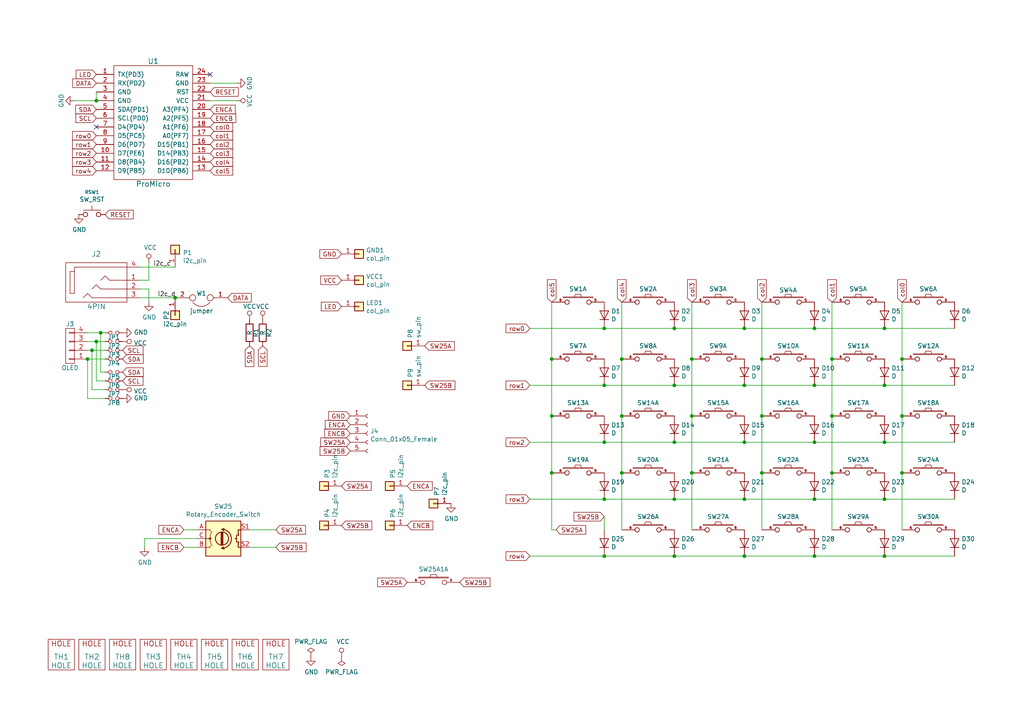
<source format=kicad_sch>
(kicad_sch (version 20211123) (generator eeschema)
  (paper "A4")
  (lib_symbols
    (symbol "Connector:Conn_01x05_Female" (pin_names (offset 1.016) hide)
      (property "Reference" "J" (at 0 7.62 0))
      (property "Value" "Conn_01x05_Female" (at 0 -7.62 0))
      (symbol "Conn_01x05_Female_1_1"
        (pin passive line (at -5.08 5.08 0) (length 3.81) (name "Pin_1") (number "1"))
        (pin passive line (at -5.08 2.54 0) (length 3.81) (name "Pin_2") (number "2"))
        (pin passive line (at -5.08 0 0) (length 3.81) (name "Pin_3") (number "3"))
        (pin passive line (at -5.08 -2.54 0) (length 3.81) (name "Pin_4") (number "4"))
        (pin passive line (at -5.08 -5.08 0) (length 3.81) (name "Pin_5") (number "5"))
      )
    )
    (symbol "SofleKeyboard-rescue:D-Lily58-cache-Lily58_Pro-rescue" (pin_numbers hide) (pin_names (offset 1.016) hide)
      (property "Reference" "D" (at 0 2.54 0))
      (property "Value" "D-Lily58-cache-Lily58_Pro-rescue" (at 0 -2.54 0))
      (symbol "D-Lily58-cache-Lily58_Pro-rescue_1_1"
        (pin passive line (at -3.81 0 0) (length 2.54) (name "K") (number "1"))
        (pin passive line (at 3.81 0 180) (length 2.54) (name "A") (number "2"))
      )
    )
    (symbol "SofleKeyboard-rescue:GND-Lily58-cache-Lily58_Pro-rescue" (power) (pin_names (offset 0))
      (property "Value" "GND-Lily58-cache-Lily58_Pro-rescue" (at 0 -3.81 0))
      (symbol "GND-Lily58-cache-Lily58_Pro-rescue_1_1"
        (pin power_in line (at 0 0 0) (length 0) hide (name "GND") (number "1"))
      )
    )
    (symbol "SofleKeyboard-rescue:GND-power" (power) (pin_names (offset 0))
      (property "Value" "GND-power" (at 0 -3.81 0))
      (symbol "GND-power_1_1"
        (pin power_in line (at 0 0 270) (length 0) hide (name "GND") (number "1"))
      )
    )
    (symbol "SofleKeyboard-rescue:HOLE-Lily58-cache-Lily58_Pro-rescue" (pin_names (offset 1.016))
      (property "Reference" "U" (at 0 0 0))
      (property "Value" "HOLE-Lily58-cache-Lily58_Pro-rescue" (at 0 -5.08 0))
      (symbol "HOLE-Lily58-cache-Lily58_Pro-rescue_0_0"
        (text "HOLE" (at 0 3.81 0) (effects (font (size 1.524 1.524))))
      )
    )
    (symbol "SofleKeyboard-rescue:Jumper-Device" (pin_names (offset 0.762) hide)
      (property "Reference" "JP" (at 0 3.81 0))
      (property "Value" "Jumper-Device" (at 0 -2.032 0))
      (symbol "Jumper-Device_0_1"
        (pin passive line (at -7.62 0 0) (length 4.191) (name "1") (number "1"))
        (pin passive line (at 7.62 0 180) (length 4.191) (name "2") (number "2"))
      )
    )
    (symbol "SofleKeyboard-rescue:Jumper_NO_Small-Device" (pin_numbers hide) (pin_names (offset 0.762) hide)
      (property "Reference" "JP" (at 0 2.032 0))
      (property "Value" "Jumper_NO_Small-Device" (at 0.254 -1.524 0))
      (symbol "Jumper_NO_Small-Device_0_1"
        (pin passive line (at -2.54 0 0) (length 1.016) (name "1") (number "1"))
        (pin passive line (at 2.54 0 180) (length 1.016) (name "2") (number "2"))
      )
    )
    (symbol "SofleKeyboard-rescue:MJ-4PP-9-Lily58-cache-Lily58_Pro-rescue" (pin_names (offset 1.016))
      (property "Reference" "J" (at -8.89 -7.62 0))
      (property "Value" "MJ-4PP-9-Lily58-cache-Lily58_Pro-rescue" (at -3.81 6.35 0))
      (symbol "MJ-4PP-9-Lily58-cache-Lily58_Pro-rescue_1_1"
        (pin passive line (at 11.43 0 180) (length 3.81) (name "~") (number "1"))
        (pin passive line (at 11.43 -2.54 180) (length 3.81) (name "~") (number "2"))
        (pin passive line (at 11.43 -5.08 180) (length 3.81) (name "~") (number "3"))
        (pin passive line (at 11.43 3.81 180) (length 3.81) (name "~") (number "4"))
      )
    )
    (symbol "SofleKeyboard-rescue:OLED-Lily58-cache-Lily58_Pro-rescue" (pin_names (offset 1.016) hide)
      (property "Reference" "J" (at 0 6.35 0))
      (property "Value" "OLED-Lily58-cache-Lily58_Pro-rescue" (at 2.54 0 90))
      (symbol "OLED-Lily58-cache-Lily58_Pro-rescue_1_1"
        (pin passive line (at -5.08 3.81 0) (length 3.81) (name "P1") (number "1"))
        (pin passive line (at -5.08 1.27 0) (length 3.81) (name "P2") (number "2"))
        (pin passive line (at -5.08 -1.27 0) (length 3.81) (name "P3") (number "3"))
        (pin passive line (at -5.08 -3.81 0) (length 3.81) (name "P4") (number "4"))
      )
    )
    (symbol "SofleKeyboard-rescue:PWR_FLAG-Lily58-cache-Lily58_Pro-rescue" (power) (pin_numbers hide) (pin_names (offset 0) hide)
      (property "Value" "PWR_FLAG-Lily58-cache-Lily58_Pro-rescue" (at 0 3.81 0))
      (symbol "PWR_FLAG-Lily58-cache-Lily58_Pro-rescue_0_0"
        (pin power_out line (at 0 0 90) (length 0) (name "pwr") (number "1"))
      )
    )
    (symbol "SofleKeyboard-rescue:ProMicro_2-Lily58-cache-Lily58_Pro-rescue" (pin_names (offset 1.016))
      (property "Reference" "U" (at 0 17.78 0))
      (property "Value" "ProMicro_2-Lily58-cache-Lily58_Pro-rescue" (at 0 -17.78 0))
      (symbol "ProMicro_2-Lily58-cache-Lily58_Pro-rescue_1_1"
        (pin input line (at -16.51 13.97 0) (length 5.08) (name "TX(PD3)") (number "1"))
        (pin input line (at -16.51 -8.89 0) (length 5.08) (name "D7(PE6)") (number "10"))
        (pin input line (at -16.51 -11.43 0) (length 5.08) (name "D8(PB4)") (number "11"))
        (pin input line (at -16.51 -13.97 0) (length 5.08) (name "D9(PB5)") (number "12"))
        (pin input line (at 16.51 -13.97 180) (length 5.08) (name "D10(PB6)") (number "13"))
        (pin input line (at 16.51 -11.43 180) (length 5.08) (name "D16(PB2)") (number "14"))
        (pin input line (at 16.51 -8.89 180) (length 5.08) (name "D14(PB3)") (number "15"))
        (pin input line (at 16.51 -6.35 180) (length 5.08) (name "D15(PB1)") (number "16"))
        (pin input line (at 16.51 -3.81 180) (length 5.08) (name "A0(PF7)") (number "17"))
        (pin input line (at 16.51 -1.27 180) (length 5.08) (name "A1(PF6)") (number "18"))
        (pin input line (at 16.51 1.27 180) (length 5.08) (name "A2(PF5)") (number "19"))
        (pin input line (at -16.51 11.43 0) (length 5.08) (name "RX(PD2)") (number "2"))
        (pin input line (at 16.51 3.81 180) (length 5.08) (name "A3(PF4)") (number "20"))
        (pin input line (at 16.51 6.35 180) (length 5.08) (name "VCC") (number "21"))
        (pin input line (at 16.51 8.89 180) (length 5.08) (name "RST") (number "22"))
        (pin input line (at 16.51 11.43 180) (length 5.08) (name "GND") (number "23"))
        (pin input line (at 16.51 13.97 180) (length 5.08) (name "RAW") (number "24"))
        (pin input line (at -16.51 8.89 0) (length 5.08) (name "GND") (number "3"))
        (pin input line (at -16.51 6.35 0) (length 5.08) (name "GND") (number "4"))
        (pin input line (at -16.51 3.81 0) (length 5.08) (name "SDA(PD1)") (number "5"))
        (pin input line (at -16.51 1.27 0) (length 5.08) (name "SCL(PD0)") (number "6"))
        (pin input line (at -16.51 -1.27 0) (length 5.08) (name "D4(PD4)") (number "7"))
        (pin input line (at -16.51 -3.81 0) (length 5.08) (name "D5(PC6)") (number "8"))
        (pin input line (at -16.51 -6.35 0) (length 5.08) (name "D6(PD7)") (number "9"))
      )
    )
    (symbol "SofleKeyboard-rescue:R-Lily58-cache-Lily58_Pro-rescue" (pin_numbers hide) (pin_names (offset 0))
      (property "Reference" "R" (at 0 0 90))
      (property "Value" "R-Lily58-cache-Lily58_Pro-rescue" (at -2.54 0 90))
      (symbol "R-Lily58-cache-Lily58_Pro-rescue_1_1"
        (pin passive line (at 0 3.81 270) (length 1.27) (name "~") (number "1"))
        (pin passive line (at 0 -3.81 90) (length 1.27) (name "~") (number "2"))
      )
    )
    (symbol "SofleKeyboard-rescue:Rotary_Encoder_Switch-Device" (pin_names (offset 0.254) hide)
      (property "Reference" "SW" (at 0 6.604 0))
      (property "Value" "Rotary_Encoder_Switch-Device" (at 0 -6.604 0))
      (symbol "Rotary_Encoder_Switch-Device_1_1"
        (pin passive line (at -7.62 2.54 0) (length 2.54) (name "A") (number "A"))
        (pin passive line (at -7.62 -2.54 0) (length 2.54) (name "B") (number "B"))
        (pin passive line (at -7.62 0 0) (length 2.54) (name "C") (number "C"))
        (pin passive line (at 7.62 2.54 180) (length 2.54) (name "S1") (number "S1"))
        (pin passive line (at 7.62 -2.54 180) (length 2.54) (name "S2") (number "S2"))
      )
    )
    (symbol "SofleKeyboard-rescue:SW_RST-Lily58-cache-Lily58_Pro-rescue" (pin_numbers hide) (pin_names (offset 1.016) hide)
      (property "Reference" "RSW" (at 2.54 2.54 0))
      (property "Value" "SW_RST-Lily58-cache-Lily58_Pro-rescue" (at 0 -2.54 0))
      (symbol "SW_RST-Lily58-cache-Lily58_Pro-rescue_0_1"
        (pin passive inverted (at -3.81 0 0) (length 2.54) (name "1") (number "1"))
        (pin passive inverted (at 3.81 0 180) (length 2.54) (name "2") (number "2"))
      )
    )
    (symbol "SofleKeyboard-rescue:VCC-Lily58-cache-Lily58_Pro-rescue" (power) (pin_names (offset 0))
      (property "Value" "VCC-Lily58-cache-Lily58_Pro-rescue" (at 0 3.81 0))
      (symbol "VCC-Lily58-cache-Lily58_Pro-rescue_1_1"
        (pin power_in line (at 0 0 90) (length 0) hide (name "VCC") (number "1"))
      )
    )
    (symbol "SofleKeyboard-rescue:VCC-power" (power) (pin_names (offset 0))
      (property "Value" "VCC-power" (at 0 3.81 0))
      (symbol "VCC-power_1_1"
        (pin power_in line (at 0 0 90) (length 0) hide (name "VCC") (number "1"))
      )
    )
    (symbol "SofleKeyboard-rescue:i2c_pin-Lily58-cache" (pin_names (offset 1.016) hide)
      (property "Reference" "J" (at 0 2.54 0))
      (property "Value" "i2c_pin-Lily58-cache" (at 0 -2.54 0))
      (symbol "i2c_pin-Lily58-cache_1_1"
        (pin passive line (at -5.08 0 0) (length 3.81) (name "Pin_1") (number "1"))
      )
    )
    (symbol "SofleKeyboard-rescue:i2c_pin-Lily58-cache-Lily58_Pro-rescue" (pin_names (offset 1.016) hide)
      (property "Reference" "J" (at 0 2.54 0))
      (property "Value" "i2c_pin-Lily58-cache-Lily58_Pro-rescue" (at 0 -2.54 0))
      (symbol "i2c_pin-Lily58-cache-Lily58_Pro-rescue_1_1"
        (pin passive line (at -5.08 0 0) (length 3.81) (name "Pin_1") (number "1"))
      )
    )
    (symbol "SofleKeyboard:SW_PUSH-MX_W_LED" (pin_names (offset 1.016))
      (property "Reference" "SW?" (at 0 3.81 0))
      (property "Value" "SW_PUSH-MX_W_LED" (at 1.27 -3.81 0))
      (symbol "SW_PUSH-MX_W_LED_1_1"
        (pin passive inverted (at 7.62 0 180) (length 5.08) (name "~") (number "5"))
        (pin passive inverted (at -7.62 0 0) (length 5.08) (name "~") (number "6"))
      )
      (symbol "SW_PUSH-MX_W_LED_2_0"
        (text "SK6812mini" (at 0 0 0) (effects (font (size 0.7874 0.7874))))
      )
      (symbol "SW_PUSH-MX_W_LED_2_1"
        (pin output line (at -5.08 1.27 0) (length 1.27) (name "DOUT") (number "1"))
        (pin power_in line (at -5.08 -1.27 0) (length 1.27) (name "VSS") (number "2"))
        (pin input line (at 5.08 -1.27 180) (length 1.27) (name "DIN") (number "3"))
        (pin power_in line (at 5.08 1.27 180) (length 1.27) (name "VDD") (number "4"))
      )
    )
  )
  (junction (at 27.94 29.21))
  (junction (at 180.34 104.14))
  (junction (at 195.58 111.76))
  (junction (at 236.22 144.78))
  (junction (at 195.58 128.27))
  (junction (at 200.66 137.16))
  (junction (at 180.34 137.16))
  (junction (at 261.62 104.14))
  (junction (at 29.21 96.52))
  (junction (at 236.22 161.29))
  (junction (at 215.9 111.76))
  (junction (at 175.26 161.29))
  (junction (at 175.26 128.27))
  (junction (at 27.94 99.06))
  (junction (at 215.9 144.78))
  (junction (at 195.58 95.25))
  (junction (at 256.54 161.29))
  (junction (at 195.58 144.78))
  (junction (at 236.22 111.76))
  (junction (at 220.98 104.14))
  (junction (at 160.02 137.16))
  (junction (at 256.54 144.78))
  (junction (at 241.3 137.16))
  (junction (at 256.54 95.25))
  (junction (at 261.62 120.65))
  (junction (at 256.54 111.76))
  (junction (at 215.9 161.29))
  (junction (at 160.02 120.65))
  (junction (at 241.3 104.14))
  (junction (at 220.98 137.16))
  (junction (at 261.62 137.16))
  (junction (at 175.26 95.25))
  (junction (at 215.9 128.27))
  (junction (at 50.8 86.36))
  (junction (at 256.54 128.27))
  (junction (at 175.26 144.78))
  (junction (at 195.58 161.29))
  (junction (at 25.4 104.14))
  (junction (at 175.26 111.76))
  (junction (at 236.22 95.25))
  (junction (at 200.66 120.65))
  (junction (at 200.66 104.14))
  (junction (at 160.02 104.14))
  (junction (at 26.67 101.6))
  (junction (at 215.9 95.25))
  (junction (at 241.3 120.65))
  (junction (at 220.98 120.65))
  (junction (at 236.22 128.27))
  (junction (at 180.34 120.65))
  (no_connect (at 60.96 21.59))
  (no_connect (at 27.94 36.83))
  (wire (pts (xy 41.91 156.21) (xy 41.91 158.75)))
  (wire (pts (xy 53.34 153.67) (xy 57.15 153.67)))
  (wire (pts (xy 220.98 104.14) (xy 220.98 120.65)))
  (wire (pts (xy 175.26 144.78) (xy 153.67 144.78)))
  (wire (pts (xy 40.64 86.36) (xy 50.8 86.36)))
  (wire (pts (xy 241.3 87.63) (xy 241.3 104.14)))
  (wire (pts (xy 72.39 153.67) (xy 80.01 153.67)))
  (wire (pts (xy 26.67 113.03) (xy 30.48 113.03)))
  (wire (pts (xy 175.26 128.27) (xy 153.67 128.27)))
  (wire (pts (xy 160.02 87.63) (xy 160.02 104.14)))
  (wire (pts (xy 236.22 144.78) (xy 256.54 144.78)))
  (wire (pts (xy 160.02 104.14) (xy 160.02 120.65)))
  (wire (pts (xy 175.26 111.76) (xy 153.67 111.76)))
  (wire (pts (xy 256.54 95.25) (xy 236.22 95.25)))
  (wire (pts (xy 261.62 137.16) (xy 261.62 153.67)))
  (wire (pts (xy 241.3 137.16) (xy 241.3 120.65)))
  (wire (pts (xy 43.18 76.2) (xy 43.18 81.28)))
  (wire (pts (xy 25.4 96.52) (xy 29.21 96.52)))
  (wire (pts (xy 200.66 87.63) (xy 200.66 104.14)))
  (wire (pts (xy 175.26 161.29) (xy 195.58 161.29)))
  (wire (pts (xy 27.94 110.49) (xy 30.48 110.49)))
  (wire (pts (xy 261.62 120.65) (xy 261.62 137.16)))
  (wire (pts (xy 256.54 95.25) (xy 276.86 95.25)))
  (wire (pts (xy 220.98 87.63) (xy 220.98 104.14)))
  (wire (pts (xy 27.94 29.21) (xy 21.59 29.21)))
  (wire (pts (xy 195.58 95.25) (xy 215.9 95.25)))
  (wire (pts (xy 153.67 161.29) (xy 175.26 161.29)))
  (wire (pts (xy 25.4 104.14) (xy 25.4 115.57)))
  (wire (pts (xy 175.26 95.25) (xy 153.67 95.25)))
  (wire (pts (xy 27.94 26.67) (xy 27.94 29.21)))
  (wire (pts (xy 26.67 101.6) (xy 30.48 101.6)))
  (wire (pts (xy 195.58 128.27) (xy 215.9 128.27)))
  (wire (pts (xy 215.9 128.27) (xy 236.22 128.27)))
  (wire (pts (xy 256.54 161.29) (xy 276.86 161.29)))
  (wire (pts (xy 220.98 120.65) (xy 220.98 137.16)))
  (wire (pts (xy 236.22 128.27) (xy 256.54 128.27)))
  (wire (pts (xy 241.3 137.16) (xy 241.3 153.67)))
  (wire (pts (xy 195.58 111.76) (xy 215.9 111.76)))
  (wire (pts (xy 60.96 24.13) (xy 68.58 24.13)))
  (wire (pts (xy 25.4 115.57) (xy 30.48 115.57)))
  (wire (pts (xy 26.67 101.6) (xy 26.67 113.03)))
  (wire (pts (xy 25.4 101.6) (xy 26.67 101.6)))
  (wire (pts (xy 29.21 96.52) (xy 30.48 96.52)))
  (wire (pts (xy 195.58 144.78) (xy 215.9 144.78)))
  (wire (pts (xy 195.58 144.78) (xy 175.26 144.78)))
  (wire (pts (xy 160.02 137.16) (xy 160.02 153.67)))
  (wire (pts (xy 200.66 104.14) (xy 200.66 120.65)))
  (wire (pts (xy 40.64 77.47) (xy 50.8 77.47)))
  (wire (pts (xy 57.15 156.21) (xy 41.91 156.21)))
  (wire (pts (xy 30.48 104.14) (xy 25.4 104.14)))
  (wire (pts (xy 29.21 96.52) (xy 29.21 107.95)))
  (wire (pts (xy 160.02 120.65) (xy 160.02 137.16)))
  (wire (pts (xy 200.66 120.65) (xy 200.66 137.16)))
  (wire (pts (xy 40.64 83.82) (xy 43.18 83.82)))
  (wire (pts (xy 215.9 95.25) (xy 236.22 95.25)))
  (wire (pts (xy 215.9 144.78) (xy 236.22 144.78)))
  (wire (pts (xy 215.9 111.76) (xy 236.22 111.76)))
  (wire (pts (xy 256.54 111.76) (xy 276.86 111.76)))
  (wire (pts (xy 72.39 158.75) (xy 80.01 158.75)))
  (wire (pts (xy 256.54 128.27) (xy 276.86 128.27)))
  (wire (pts (xy 256.54 144.78) (xy 276.86 144.78)))
  (wire (pts (xy 261.62 120.65) (xy 261.62 104.14)))
  (wire (pts (xy 27.94 99.06) (xy 30.48 99.06)))
  (wire (pts (xy 180.34 120.65) (xy 180.34 137.16)))
  (wire (pts (xy 27.94 99.06) (xy 27.94 110.49)))
  (wire (pts (xy 160.02 153.67) (xy 161.29 153.67)))
  (wire (pts (xy 43.18 81.28) (xy 40.64 81.28)))
  (wire (pts (xy 180.34 104.14) (xy 180.34 120.65)))
  (wire (pts (xy 53.34 158.75) (xy 57.15 158.75)))
  (wire (pts (xy 200.66 137.16) (xy 200.66 153.67)))
  (wire (pts (xy 195.58 95.25) (xy 175.26 95.25)))
  (wire (pts (xy 43.18 83.82) (xy 43.18 87.63)))
  (wire (pts (xy 180.34 87.63) (xy 180.34 104.14)))
  (wire (pts (xy 175.26 149.86) (xy 175.26 153.67)))
  (wire (pts (xy 60.96 29.21) (xy 68.58 29.21)))
  (wire (pts (xy 236.22 161.29) (xy 256.54 161.29)))
  (wire (pts (xy 29.21 107.95) (xy 30.48 107.95)))
  (wire (pts (xy 261.62 104.14) (xy 261.62 87.63)))
  (wire (pts (xy 195.58 111.76) (xy 175.26 111.76)))
  (wire (pts (xy 220.98 137.16) (xy 220.98 153.67)))
  (wire (pts (xy 215.9 161.29) (xy 236.22 161.29)))
  (wire (pts (xy 236.22 111.76) (xy 256.54 111.76)))
  (wire (pts (xy 195.58 161.29) (xy 215.9 161.29)))
  (wire (pts (xy 241.3 104.14) (xy 241.3 120.65)))
  (wire (pts (xy 195.58 128.27) (xy 175.26 128.27)))
  (wire (pts (xy 25.4 99.06) (xy 27.94 99.06)))
  (wire (pts (xy 180.34 137.16) (xy 180.34 153.67)))
  (label "i2c_c" (at 44.45 77.47 0))
  (label "i2c_d" (at 45.72 86.36 0))
  (global_label "col1" (shape input) (at 241.3 87.63 90) (property "Intersheet References" "${INTERSHEET_REFS}" (effects hide)))
  (global_label "SW25A" (shape input) (at 161.29 153.67 0) (property "Intersheet References" "${INTERSHEET_REFS}" (effects hide)))
  (global_label "ENCB" (shape input) (at 53.34 158.75 180) (property "Intersheet References" "${INTERSHEET_REFS}" (effects hide)))
  (global_label "col1" (shape input) (at 60.96 39.37 0) (property "Intersheet References" "${INTERSHEET_REFS}" (effects hide)))
  (global_label "SDA" (shape input) (at 72.39 100.33 270) (property "Intersheet References" "${INTERSHEET_REFS}" (effects hide)))
  (global_label "col3" (shape input) (at 200.66 87.63 90) (property "Intersheet References" "${INTERSHEET_REFS}" (effects hide)))
  (global_label "col0" (shape input) (at 60.96 36.83 0) (property "Intersheet References" "${INTERSHEET_REFS}" (effects hide)))
  (global_label "SW25A" (shape input) (at 80.01 153.67 0) (property "Intersheet References" "${INTERSHEET_REFS}" (effects hide)))
  (global_label "row4" (shape input) (at 153.67 161.29 180) (property "Intersheet References" "${INTERSHEET_REFS}" (effects hide)))
  (global_label "col4" (shape input) (at 60.96 46.99 0) (property "Intersheet References" "${INTERSHEET_REFS}" (effects hide)))
  (global_label "row2" (shape input) (at 153.67 128.27 180) (property "Intersheet References" "${INTERSHEET_REFS}" (effects hide)))
  (global_label "SW25A" (shape input) (at 123.19 100.33 0) (property "Intersheet References" "${INTERSHEET_REFS}" (effects hide)))
  (global_label "SCL" (shape input) (at 76.2 100.33 270) (property "Intersheet References" "${INTERSHEET_REFS}" (effects hide)))
  (global_label "ENCB" (shape input) (at 101.6 125.73 180) (property "Intersheet References" "${INTERSHEET_REFS}" (effects hide)))
  (global_label "SW25B" (shape input) (at 123.19 111.76 0) (property "Intersheet References" "${INTERSHEET_REFS}" (effects hide)))
  (global_label "col0" (shape input) (at 261.62 87.63 90) (property "Intersheet References" "${INTERSHEET_REFS}" (effects hide)))
  (global_label "GND" (shape input) (at 99.06 73.66 180) (property "Intersheet References" "${INTERSHEET_REFS}" (effects hide)))
  (global_label "DATA" (shape input) (at 66.04 86.36 0) (property "Intersheet References" "${INTERSHEET_REFS}" (effects hide)))
  (global_label "RESET" (shape input) (at 60.96 26.67 0) (property "Intersheet References" "${INTERSHEET_REFS}" (effects hide)))
  (global_label "VCC" (shape input) (at 99.06 81.28 180) (property "Intersheet References" "${INTERSHEET_REFS}" (effects hide)))
  (global_label "SW25B" (shape input) (at 101.6 130.81 180) (property "Intersheet References" "${INTERSHEET_REFS}" (effects hide)))
  (global_label "SDA" (shape input) (at 35.56 104.14 0) (property "Intersheet References" "${INTERSHEET_REFS}" (effects hide)))
  (global_label "SCL" (shape input) (at 27.94 34.29 180) (property "Intersheet References" "${INTERSHEET_REFS}" (effects hide)))
  (global_label "row0" (shape input) (at 27.94 39.37 180) (property "Intersheet References" "${INTERSHEET_REFS}" (effects hide)))
  (global_label "GND" (shape input) (at 101.6 120.65 180) (property "Intersheet References" "${INTERSHEET_REFS}" (effects hide)))
  (global_label "row0" (shape input) (at 153.67 95.25 180) (property "Intersheet References" "${INTERSHEET_REFS}" (effects hide)))
  (global_label "LED" (shape input) (at 99.06 88.9 180) (property "Intersheet References" "${INTERSHEET_REFS}" (effects hide)))
  (global_label "row3" (shape input) (at 153.67 144.78 180) (property "Intersheet References" "${INTERSHEET_REFS}" (effects hide)))
  (global_label "ENCA" (shape input) (at 53.34 153.67 180) (property "Intersheet References" "${INTERSHEET_REFS}" (effects hide)))
  (global_label "SDA" (shape input) (at 27.94 31.75 180) (property "Intersheet References" "${INTERSHEET_REFS}" (effects hide)))
  (global_label "LED" (shape input) (at 27.94 21.59 180) (property "Intersheet References" "${INTERSHEET_REFS}" (effects hide)))
  (global_label "SCL" (shape input) (at 35.56 101.6 0) (property "Intersheet References" "${INTERSHEET_REFS}" (effects hide)))
  (global_label "row3" (shape input) (at 27.94 46.99 180) (property "Intersheet References" "${INTERSHEET_REFS}" (effects hide)))
  (global_label "SW25A" (shape input) (at 99.06 140.97 0) (property "Intersheet References" "${INTERSHEET_REFS}" (effects hide)))
  (global_label "ENCB" (shape input) (at 118.11 152.4 0) (property "Intersheet References" "${INTERSHEET_REFS}" (effects hide)))
  (global_label "col5" (shape input) (at 60.96 49.53 0) (property "Intersheet References" "${INTERSHEET_REFS}" (effects hide)))
  (global_label "col3" (shape input) (at 60.96 44.45 0) (property "Intersheet References" "${INTERSHEET_REFS}" (effects hide)))
  (global_label "ENCB" (shape input) (at 60.96 34.29 0) (property "Intersheet References" "${INTERSHEET_REFS}" (effects hide)))
  (global_label "ENCA" (shape input) (at 101.6 123.19 180) (property "Intersheet References" "${INTERSHEET_REFS}" (effects hide)))
  (global_label "row1" (shape input) (at 153.67 111.76 180) (property "Intersheet References" "${INTERSHEET_REFS}" (effects hide)))
  (global_label "col5" (shape input) (at 160.02 87.63 90) (property "Intersheet References" "${INTERSHEET_REFS}" (effects hide)))
  (global_label "col2" (shape input) (at 60.96 41.91 0) (property "Intersheet References" "${INTERSHEET_REFS}" (effects hide)))
  (global_label "RESET" (shape input) (at 30.48 62.23 0) (property "Intersheet References" "${INTERSHEET_REFS}" (effects hide)))
  (global_label "ENCA" (shape input) (at 118.11 140.97 0) (property "Intersheet References" "${INTERSHEET_REFS}" (effects hide)))
  (global_label "SW25B" (shape input) (at 133.35 168.91 0) (property "Intersheet References" "${INTERSHEET_REFS}" (effects hide)))
  (global_label "row4" (shape input) (at 27.94 49.53 180) (property "Intersheet References" "${INTERSHEET_REFS}" (effects hide)))
  (global_label "SW25A" (shape input) (at 101.6 128.27 180) (property "Intersheet References" "${INTERSHEET_REFS}" (effects hide)))
  (global_label "col2" (shape input) (at 220.98 87.63 90) (property "Intersheet References" "${INTERSHEET_REFS}" (effects hide)))
  (global_label "SW25B" (shape input) (at 175.26 149.86 180) (property "Intersheet References" "${INTERSHEET_REFS}" (effects hide)))
  (global_label "row1" (shape input) (at 27.94 41.91 180) (property "Intersheet References" "${INTERSHEET_REFS}" (effects hide)))
  (global_label "SDA" (shape input) (at 35.56 107.95 0) (property "Intersheet References" "${INTERSHEET_REFS}" (effects hide)))
  (global_label "SCL" (shape input) (at 35.56 110.49 0) (property "Intersheet References" "${INTERSHEET_REFS}" (effects hide)))
  (global_label "row2" (shape input) (at 27.94 44.45 180) (property "Intersheet References" "${INTERSHEET_REFS}" (effects hide)))
  (global_label "ENCA" (shape input) (at 60.96 31.75 0) (property "Intersheet References" "${INTERSHEET_REFS}" (effects hide)))
  (global_label "col4" (shape input) (at 180.34 87.63 90) (property "Intersheet References" "${INTERSHEET_REFS}" (effects hide)))
  (global_label "DATA" (shape input) (at 27.94 24.13 180) (property "Intersheet References" "${INTERSHEET_REFS}" (effects hide)))
  (global_label "SW25B" (shape input) (at 99.06 152.4 0) (property "Intersheet References" "${INTERSHEET_REFS}" (effects hide)))
  (global_label "SW25B" (shape input) (at 80.01 158.75 0) (property "Intersheet References" "${INTERSHEET_REFS}" (effects hide)))
  (global_label "SW25A" (shape input) (at 118.11 168.91 180) (property "Intersheet References" "${INTERSHEET_REFS}" (effects hide)))
  (symbol (lib_id "SofleKeyboard-rescue:ProMicro_2-Lily58-cache-Lily58_Pro-rescue") (at 44.45 35.56 0) (unit 1)
    (property "Reference" "U1" (at 44.45 17.78 0) (effects (font (size 1.524 1.524))))
    (property "Value" "ProMicro" (at 44.45 53.34 0) (effects (font (size 1.524 1.524))))
    (property "Footprint" "SofleRGB:ProMicro" (effects hide))
  )
  (symbol (lib_id "SofleKeyboard:SW_PUSH-MX_W_LED") (at 187.96 153.67 0) (unit 1)
    (property "Reference" "SW26" (at 187.96 149.86 0))
    (property "Value" "SW_PUSH-MX_W_LED" (effects hide))
    (property "Footprint" "SofleRGB:SK6812MINI_and_cherry_NoLEDPads" (effects hide))
  )
  (symbol (lib_id "SofleKeyboard:SW_PUSH-MX_W_LED") (at 167.64 87.63 0) (unit 1)
    (property "Reference" "SW1" (at 167.64 83.82 0))
    (property "Value" "SW_PUSH-MX_W_LED" (effects hide))
    (property "Footprint" "SofleRGB:SK6812MINI_and_cherry_NoLEDPads" (effects hide))
  )
  (symbol (lib_id "SofleKeyboard-rescue:D-Lily58-cache-Lily58_Pro-rescue") (at 175.26 91.44 90) (unit 1)
    (property "Reference" "D1" (at 177.2666 90.2716 90) (effects (justify right)))
    (property "Value" "D" (at 177.2666 92.583 90) (effects (justify right)))
    (property "Footprint" "SofleRGB:crkbd-diode" (effects hide))
  )
  (symbol (lib_id "SofleKeyboard:SW_PUSH-MX_W_LED") (at 187.96 87.63 0) (unit 1)
    (property "Reference" "SW2" (at 187.96 83.82 0))
    (property "Value" "SW_PUSH-MX_W_LED" (effects hide))
    (property "Footprint" "SofleRGB:SK6812MINI_and_cherry_NoLEDPads" (effects hide))
  )
  (symbol (lib_id "SofleKeyboard-rescue:D-Lily58-cache-Lily58_Pro-rescue") (at 195.58 91.44 90) (unit 1)
    (property "Reference" "D2" (at 197.5866 90.2716 90) (effects (justify right)))
    (property "Value" "D" (at 197.5866 92.583 90) (effects (justify right)))
    (property "Footprint" "SofleRGB:crkbd-diode" (effects hide))
  )
  (symbol (lib_id "SofleKeyboard:SW_PUSH-MX_W_LED") (at 208.28 87.63 0) (unit 1)
    (property "Reference" "SW3" (at 208.28 83.82 0))
    (property "Value" "SW_PUSH-MX_W_LED" (effects hide))
    (property "Footprint" "SofleRGB:SK6812MINI_and_cherry_NoLEDPads" (effects hide))
  )
  (symbol (lib_id "SofleKeyboard-rescue:D-Lily58-cache-Lily58_Pro-rescue") (at 215.9 91.44 90) (unit 1)
    (property "Reference" "D3" (at 217.9066 90.2716 90) (effects (justify right)))
    (property "Value" "D" (at 217.9066 92.583 90) (effects (justify right)))
    (property "Footprint" "SofleRGB:crkbd-diode" (effects hide))
  )
  (symbol (lib_id "SofleKeyboard:SW_PUSH-MX_W_LED") (at 228.6 87.63 0) (unit 1)
    (property "Reference" "SW4" (at 228.6 84.1502 0))
    (property "Value" "SW_PUSH-MX_W_LED" (effects hide))
    (property "Footprint" "SofleRGB:SK6812MINI_and_cherry_NoLEDPads" (effects hide))
  )
  (symbol (lib_id "SofleKeyboard-rescue:D-Lily58-cache-Lily58_Pro-rescue") (at 236.22 91.44 90) (unit 1)
    (property "Reference" "D4" (at 238.2266 90.2716 90) (effects (justify right)))
    (property "Value" "D" (at 238.2266 92.583 90) (effects (justify right)))
    (property "Footprint" "SofleRGB:crkbd-diode" (effects hide))
  )
  (symbol (lib_id "SofleKeyboard:SW_PUSH-MX_W_LED") (at 248.92 87.63 0) (unit 1)
    (property "Reference" "SW5" (at 248.92 83.82 0))
    (property "Value" "SW_PUSH-MX_W_LED" (effects hide))
    (property "Footprint" "SofleRGB:SK6812MINI_and_cherry_NoLEDPads" (effects hide))
  )
  (symbol (lib_id "SofleKeyboard-rescue:D-Lily58-cache-Lily58_Pro-rescue") (at 256.54 91.44 90) (unit 1)
    (property "Reference" "D5" (at 258.5466 90.2716 90) (effects (justify right)))
    (property "Value" "D" (at 258.5466 92.583 90) (effects (justify right)))
    (property "Footprint" "SofleRGB:crkbd-diode" (effects hide))
  )
  (symbol (lib_id "SofleKeyboard:SW_PUSH-MX_W_LED") (at 269.24 87.63 0) (unit 1)
    (property "Reference" "SW6" (at 269.24 83.82 0))
    (property "Value" "SW_PUSH-MX_W_LED" (effects hide))
    (property "Footprint" "SofleRGB:SK6812MINI_and_cherry_NoLEDPads" (effects hide))
  )
  (symbol (lib_id "SofleKeyboard-rescue:D-Lily58-cache-Lily58_Pro-rescue") (at 276.86 91.44 90) (unit 1)
    (property "Reference" "D6" (at 278.8666 90.2716 90) (effects (justify right)))
    (property "Value" "D" (at 278.8666 92.583 90) (effects (justify right)))
    (property "Footprint" "SofleRGB:crkbd-diode" (effects hide))
  )
  (symbol (lib_id "SofleKeyboard:SW_PUSH-MX_W_LED") (at 187.96 104.14 0) (unit 1)
    (property "Reference" "SW8" (at 187.96 100.33 0))
    (property "Value" "SW_PUSH-MX_W_LED" (effects hide))
    (property "Footprint" "SofleRGB:SK6812MINI_and_cherry_NoLEDPads" (effects hide))
  )
  (symbol (lib_id "SofleKeyboard:SW_PUSH-MX_W_LED") (at 208.28 104.14 0) (unit 1)
    (property "Reference" "SW9" (at 208.28 100.33 0))
    (property "Value" "SW_PUSH-MX_W_LED" (effects hide))
    (property "Footprint" "SofleRGB:SK6812MINI_and_cherry_NoLEDPads" (effects hide))
  )
  (symbol (lib_id "SofleKeyboard:SW_PUSH-MX_W_LED") (at 228.6 104.14 0) (unit 1)
    (property "Reference" "SW10" (at 228.6 100.33 0))
    (property "Value" "SW_PUSH-MX_W_LED" (effects hide))
    (property "Footprint" "SofleRGB:SK6812MINI_and_cherry_NoLEDPads" (effects hide))
  )
  (symbol (lib_id "SofleKeyboard:SW_PUSH-MX_W_LED") (at 248.92 104.14 0) (unit 1)
    (property "Reference" "SW11" (at 248.92 100.33 0))
    (property "Value" "SW_PUSH-MX_W_LED" (effects hide))
    (property "Footprint" "SofleRGB:SK6812MINI_and_cherry_NoLEDPads" (effects hide))
  )
  (symbol (lib_id "SofleKeyboard:SW_PUSH-MX_W_LED") (at 269.24 104.14 0) (unit 1)
    (property "Reference" "SW12" (at 269.24 100.33 0))
    (property "Value" "SW_PUSH-MX_W_LED" (effects hide))
    (property "Footprint" "SofleRGB:SK6812MINI_and_cherry_NoLEDPads" (effects hide))
  )
  (symbol (lib_id "SofleKeyboard:SW_PUSH-MX_W_LED") (at 167.64 104.14 0) (unit 1)
    (property "Reference" "SW7" (at 167.64 100.33 0))
    (property "Value" "SW_PUSH-MX_W_LED" (effects hide))
    (property "Footprint" "SofleRGB:SK6812MINI_and_cherry_NoLEDPads" (effects hide))
  )
  (symbol (lib_id "SofleKeyboard-rescue:D-Lily58-cache-Lily58_Pro-rescue") (at 175.26 107.95 90) (unit 1)
    (property "Reference" "D7" (at 177.2666 106.7816 90) (effects (justify right)))
    (property "Value" "D" (at 177.2666 109.093 90) (effects (justify right)))
    (property "Footprint" "SofleRGB:crkbd-diode" (effects hide))
  )
  (symbol (lib_id "SofleKeyboard-rescue:D-Lily58-cache-Lily58_Pro-rescue") (at 195.58 107.95 90) (unit 1)
    (property "Reference" "D8" (at 197.5866 106.7816 90) (effects (justify right)))
    (property "Value" "D" (at 197.5866 109.093 90) (effects (justify right)))
    (property "Footprint" "SofleRGB:crkbd-diode" (effects hide))
  )
  (symbol (lib_id "SofleKeyboard-rescue:D-Lily58-cache-Lily58_Pro-rescue") (at 215.9 107.95 90) (unit 1)
    (property "Reference" "D9" (at 217.9066 106.7816 90) (effects (justify right)))
    (property "Value" "D" (at 217.9066 109.093 90) (effects (justify right)))
    (property "Footprint" "SofleRGB:crkbd-diode" (effects hide))
  )
  (symbol (lib_id "SofleKeyboard-rescue:D-Lily58-cache-Lily58_Pro-rescue") (at 236.22 107.95 90) (unit 1)
    (property "Reference" "D10" (at 238.2266 106.7816 90) (effects (justify right)))
    (property "Value" "D" (at 238.2266 109.093 90) (effects (justify right)))
    (property "Footprint" "SofleRGB:crkbd-diode" (effects hide))
  )
  (symbol (lib_id "SofleKeyboard-rescue:D-Lily58-cache-Lily58_Pro-rescue") (at 256.54 107.95 90) (unit 1)
    (property "Reference" "D11" (at 258.5466 106.7816 90) (effects (justify right)))
    (property "Value" "D" (at 258.5466 109.093 90) (effects (justify right)))
    (property "Footprint" "SofleRGB:crkbd-diode" (effects hide))
  )
  (symbol (lib_id "SofleKeyboard-rescue:D-Lily58-cache-Lily58_Pro-rescue") (at 276.86 107.95 90) (unit 1)
    (property "Reference" "D12" (at 278.8666 106.7816 90) (effects (justify right)))
    (property "Value" "D" (at 278.8666 109.093 90) (effects (justify right)))
    (property "Footprint" "SofleRGB:crkbd-diode" (effects hide))
  )
  (symbol (lib_id "SofleKeyboard:SW_PUSH-MX_W_LED") (at 167.64 120.65 0) (unit 1)
    (property "Reference" "SW13" (at 167.64 116.84 0))
    (property "Value" "SW_PUSH-MX_W_LED" (effects hide))
    (property "Footprint" "SofleRGB:SK6812MINI_and_cherry_NoLEDPads" (effects hide))
  )
  (symbol (lib_id "SofleKeyboard:SW_PUSH-MX_W_LED") (at 187.96 120.65 0) (unit 1)
    (property "Reference" "SW14" (at 187.96 116.84 0))
    (property "Value" "SW_PUSH-MX_W_LED" (effects hide))
    (property "Footprint" "SofleRGB:SK6812MINI_and_cherry_NoLEDPads" (effects hide))
  )
  (symbol (lib_id "SofleKeyboard:SW_PUSH-MX_W_LED") (at 208.28 120.65 0) (unit 1)
    (property "Reference" "SW15" (at 208.28 116.84 0))
    (property "Value" "SW_PUSH-MX_W_LED" (effects hide))
    (property "Footprint" "SofleRGB:SK6812MINI_and_cherry_NoLEDPads" (effects hide))
  )
  (symbol (lib_id "SofleKeyboard:SW_PUSH-MX_W_LED") (at 228.6 120.65 0) (unit 1)
    (property "Reference" "SW16" (at 228.6 116.84 0))
    (property "Value" "SW_PUSH-MX_W_LED" (effects hide))
    (property "Footprint" "SofleRGB:SK6812MINI_and_cherry_NoLEDPads" (effects hide))
  )
  (symbol (lib_id "SofleKeyboard:SW_PUSH-MX_W_LED") (at 248.92 120.65 0) (unit 1)
    (property "Reference" "SW17" (at 248.92 116.84 0))
    (property "Value" "SW_PUSH-MX_W_LED" (effects hide))
    (property "Footprint" "SofleRGB:SK6812MINI_and_cherry_NoLEDPads" (effects hide))
  )
  (symbol (lib_id "SofleKeyboard:SW_PUSH-MX_W_LED") (at 269.24 120.65 0) (unit 1)
    (property "Reference" "SW18" (at 269.24 116.84 0))
    (property "Value" "SW_PUSH-MX_W_LED" (effects hide))
    (property "Footprint" "SofleRGB:SK6812MINI_and_cherry_NoLEDPads" (effects hide))
  )
  (symbol (lib_id "SofleKeyboard-rescue:D-Lily58-cache-Lily58_Pro-rescue") (at 175.26 124.46 90) (unit 1)
    (property "Reference" "D13" (at 177.2666 123.2916 90) (effects (justify right)))
    (property "Value" "D" (at 177.2666 125.603 90) (effects (justify right)))
    (property "Footprint" "SofleRGB:crkbd-diode" (effects hide))
  )
  (symbol (lib_id "SofleKeyboard-rescue:D-Lily58-cache-Lily58_Pro-rescue") (at 195.58 124.46 90) (unit 1)
    (property "Reference" "D14" (at 197.5866 123.2916 90) (effects (justify right)))
    (property "Value" "D" (at 197.5866 125.603 90) (effects (justify right)))
    (property "Footprint" "SofleRGB:crkbd-diode" (effects hide))
  )
  (symbol (lib_id "SofleKeyboard-rescue:D-Lily58-cache-Lily58_Pro-rescue") (at 215.9 124.46 90) (unit 1)
    (property "Reference" "D15" (at 217.9066 123.2916 90) (effects (justify right)))
    (property "Value" "D" (at 217.9066 125.603 90) (effects (justify right)))
    (property "Footprint" "SofleRGB:crkbd-diode" (effects hide))
  )
  (symbol (lib_id "SofleKeyboard-rescue:D-Lily58-cache-Lily58_Pro-rescue") (at 236.22 124.46 90) (unit 1)
    (property "Reference" "D16" (at 238.2266 123.2916 90) (effects (justify right)))
    (property "Value" "D" (at 238.2266 125.603 90) (effects (justify right)))
    (property "Footprint" "SofleRGB:crkbd-diode" (effects hide))
  )
  (symbol (lib_id "SofleKeyboard-rescue:D-Lily58-cache-Lily58_Pro-rescue") (at 256.54 124.46 90) (unit 1)
    (property "Reference" "D17" (at 258.5466 123.2916 90) (effects (justify right)))
    (property "Value" "D" (at 258.5466 125.603 90) (effects (justify right)))
    (property "Footprint" "SofleRGB:crkbd-diode" (effects hide))
  )
  (symbol (lib_id "SofleKeyboard-rescue:D-Lily58-cache-Lily58_Pro-rescue") (at 276.86 124.46 90) (unit 1)
    (property "Reference" "D18" (at 278.8666 123.2916 90) (effects (justify right)))
    (property "Value" "D" (at 278.8666 125.603 90) (effects (justify right)))
    (property "Footprint" "SofleRGB:crkbd-diode" (effects hide))
  )
  (symbol (lib_id "SofleKeyboard:SW_PUSH-MX_W_LED") (at 208.28 137.16 0) (unit 1)
    (property "Reference" "SW21" (at 208.28 133.35 0))
    (property "Value" "SW_PUSH-MX_W_LED" (effects hide))
    (property "Footprint" "SofleRGB:SK6812MINI_and_cherry_NoLEDPads" (effects hide))
  )
  (symbol (lib_id "SofleKeyboard:SW_PUSH-MX_W_LED") (at 228.6 137.16 0) (unit 1)
    (property "Reference" "SW22" (at 228.6 133.35 0))
    (property "Value" "SW_PUSH-MX_W_LED" (effects hide))
    (property "Footprint" "SofleRGB:SK6812MINI_and_cherry_NoLEDPads" (effects hide))
  )
  (symbol (lib_id "SofleKeyboard:SW_PUSH-MX_W_LED") (at 248.92 137.16 0) (unit 1)
    (property "Reference" "SW23" (at 248.92 133.35 0))
    (property "Value" "SW_PUSH-MX_W_LED" (effects hide))
    (property "Footprint" "SofleRGB:SK6812MINI_and_cherry_NoLEDPads" (effects hide))
  )
  (symbol (lib_id "SofleKeyboard:SW_PUSH-MX_W_LED") (at 269.24 137.16 0) (unit 1)
    (property "Reference" "SW24" (at 269.24 133.35 0))
    (property "Value" "SW_PUSH-MX_W_LED" (effects hide))
    (property "Footprint" "SofleRGB:SK6812MINI_and_cherry_NoLEDPads" (effects hide))
  )
  (symbol (lib_id "SofleKeyboard:SW_PUSH-MX_W_LED") (at 187.96 137.16 0) (unit 1)
    (property "Reference" "SW20" (at 187.96 133.35 0))
    (property "Value" "SW_PUSH-MX_W_LED" (effects hide))
    (property "Footprint" "SofleRGB:SK6812MINI_and_cherry_NoLEDPads" (effects hide))
  )
  (symbol (lib_id "SofleKeyboard:SW_PUSH-MX_W_LED") (at 167.64 137.16 0) (unit 1)
    (property "Reference" "SW19" (at 167.64 133.35 0))
    (property "Value" "SW_PUSH-MX_W_LED" (effects hide))
    (property "Footprint" "SofleRGB:SK6812MINI_and_cherry_NoLEDPads" (effects hide))
  )
  (symbol (lib_id "SofleKeyboard-rescue:D-Lily58-cache-Lily58_Pro-rescue") (at 175.26 140.97 90) (unit 1)
    (property "Reference" "D19" (at 177.2666 139.8016 90) (effects (justify right)))
    (property "Value" "D" (at 177.2666 142.113 90) (effects (justify right)))
    (property "Footprint" "SofleRGB:crkbd-diode" (effects hide))
  )
  (symbol (lib_id "SofleKeyboard-rescue:D-Lily58-cache-Lily58_Pro-rescue") (at 195.58 140.97 90) (unit 1)
    (property "Reference" "D20" (at 197.5866 139.8016 90) (effects (justify right)))
    (property "Value" "D" (at 197.5866 142.113 90) (effects (justify right)))
    (property "Footprint" "SofleRGB:crkbd-diode" (effects hide))
  )
  (symbol (lib_id "SofleKeyboard-rescue:D-Lily58-cache-Lily58_Pro-rescue") (at 215.9 140.97 90) (unit 1)
    (property "Reference" "D21" (at 217.9066 139.8016 90) (effects (justify right)))
    (property "Value" "D" (at 217.9066 142.113 90) (effects (justify right)))
    (property "Footprint" "SofleRGB:crkbd-diode" (effects hide))
  )
  (symbol (lib_id "SofleKeyboard-rescue:D-Lily58-cache-Lily58_Pro-rescue") (at 236.22 140.97 90) (unit 1)
    (property "Reference" "D22" (at 238.2266 139.8016 90) (effects (justify right)))
    (property "Value" "D" (at 238.2266 142.113 90) (effects (justify right)))
    (property "Footprint" "SofleRGB:crkbd-diode" (effects hide))
  )
  (symbol (lib_id "SofleKeyboard-rescue:D-Lily58-cache-Lily58_Pro-rescue") (at 256.54 140.97 90) (unit 1)
    (property "Reference" "D23" (at 258.5466 139.8016 90) (effects (justify right)))
    (property "Value" "D" (at 258.5466 142.113 90) (effects (justify right)))
    (property "Footprint" "SofleRGB:crkbd-diode" (effects hide))
  )
  (symbol (lib_id "SofleKeyboard-rescue:D-Lily58-cache-Lily58_Pro-rescue") (at 276.86 140.97 90) (unit 1)
    (property "Reference" "D24" (at 278.8666 139.8016 90) (effects (justify right)))
    (property "Value" "D" (at 278.8666 142.113 90) (effects (justify right)))
    (property "Footprint" "SofleRGB:crkbd-diode" (effects hide))
  )
  (symbol (lib_id "SofleKeyboard:SW_PUSH-MX_W_LED") (at 208.28 153.67 0) (unit 1)
    (property "Reference" "SW27" (at 208.28 149.86 0))
    (property "Value" "SW_PUSH-MX_W_LED" (effects hide))
    (property "Footprint" "SofleRGB:SK6812MINI_and_cherry_NoLEDPads" (effects hide))
  )
  (symbol (lib_id "SofleKeyboard:SW_PUSH-MX_W_LED") (at 228.6 153.67 0) (unit 1)
    (property "Reference" "SW28" (at 228.6 149.86 0))
    (property "Value" "SW_PUSH-MX_W_LED" (effects hide))
    (property "Footprint" "SofleRGB:SK6812MINI_and_cherry_NoLEDPads" (effects hide))
  )
  (symbol (lib_id "SofleKeyboard:SW_PUSH-MX_W_LED") (at 248.92 153.67 0) (unit 1)
    (property "Reference" "SW29" (at 248.92 149.86 0))
    (property "Value" "SW_PUSH-MX_W_LED" (effects hide))
    (property "Footprint" "SofleRGB:SK6812MINI_and_cherry_NoLEDPads" (effects hide))
  )
  (symbol (lib_id "SofleKeyboard-rescue:D-Lily58-cache-Lily58_Pro-rescue") (at 175.26 157.48 90) (unit 1)
    (property "Reference" "D25" (at 177.2666 156.3116 90) (effects (justify right)))
    (property "Value" "D" (at 177.2666 158.623 90) (effects (justify right)))
    (property "Footprint" "SofleRGB:crkbd-diode" (effects hide))
  )
  (symbol (lib_id "SofleKeyboard-rescue:D-Lily58-cache-Lily58_Pro-rescue") (at 195.58 157.48 90) (unit 1)
    (property "Reference" "D26" (at 197.5866 156.3116 90) (effects (justify right)))
    (property "Value" "D" (at 197.5866 158.623 90) (effects (justify right)))
    (property "Footprint" "SofleRGB:crkbd-diode" (effects hide))
  )
  (symbol (lib_id "SofleKeyboard-rescue:D-Lily58-cache-Lily58_Pro-rescue") (at 215.9 157.48 90) (unit 1)
    (property "Reference" "D27" (at 217.9066 156.3116 90) (effects (justify right)))
    (property "Value" "D" (at 217.9066 158.623 90) (effects (justify right)))
    (property "Footprint" "SofleRGB:crkbd-diode" (effects hide))
  )
  (symbol (lib_id "SofleKeyboard-rescue:D-Lily58-cache-Lily58_Pro-rescue") (at 236.22 157.48 90) (unit 1)
    (property "Reference" "D28" (at 238.2266 156.3116 90) (effects (justify right)))
    (property "Value" "D" (at 238.2266 158.623 90) (effects (justify right)))
    (property "Footprint" "SofleRGB:crkbd-diode" (effects hide))
  )
  (symbol (lib_id "SofleKeyboard-rescue:D-Lily58-cache-Lily58_Pro-rescue") (at 256.54 157.48 90) (unit 1)
    (property "Reference" "D29" (at 258.5466 156.3116 90) (effects (justify right)))
    (property "Value" "D" (at 258.5466 158.623 90) (effects (justify right)))
    (property "Footprint" "SofleRGB:crkbd-diode" (effects hide))
  )
  (symbol (lib_id "SofleKeyboard-rescue:VCC-Lily58-cache-Lily58_Pro-rescue") (at 68.58 29.21 270) (unit 1)
    (property "Reference" "#PWR04" (effects hide))
    (property "Value" "VCC" (at 72.39 29.21 0))
  )
  (symbol (lib_id "SofleKeyboard-rescue:VCC-Lily58-cache-Lily58_Pro-rescue") (at 72.39 92.71 0) (unit 1)
    (property "Reference" "#PWR05" (effects hide))
    (property "Value" "VCC" (at 72.39 88.9 0))
  )
  (symbol (lib_id "SofleKeyboard-rescue:VCC-Lily58-cache-Lily58_Pro-rescue") (at 76.2 92.71 0) (unit 1)
    (property "Reference" "#PWR06" (effects hide))
    (property "Value" "VCC" (at 76.2 88.9 0))
  )
  (symbol (lib_id "SofleKeyboard-rescue:R-Lily58-cache-Lily58_Pro-rescue") (at 72.39 96.52 0) (unit 1)
    (property "Reference" "R1" (at 74.93 96.52 90) (effects (justify bottom)))
    (property "Value" "R" (at 72.39 96.52 90))
    (property "Footprint" "SofleRGB:RESISTOR_mini" (effects hide))
  )
  (symbol (lib_id "SofleKeyboard-rescue:R-Lily58-cache-Lily58_Pro-rescue") (at 76.2 96.52 0) (unit 1)
    (property "Reference" "R2" (at 78.74 96.52 90) (effects (justify bottom)))
    (property "Value" "R" (at 76.2 96.52 90))
    (property "Footprint" "SofleRGB:RESISTOR_mini" (effects hide))
  )
  (symbol (lib_id "SofleKeyboard-rescue:MJ-4PP-9-Lily58-cache-Lily58_Pro-rescue") (at 29.21 81.28 0) (unit 1)
    (property "Reference" "J2" (at 27.94 73.66 0) (effects (font (size 1.524 1.524))))
    (property "Value" "4PIN" (at 27.94 88.9 0) (effects (font (size 1.524 1.524))))
    (property "Footprint" "SofleRGB:MJ-4PP-9" (effects hide))
  )
  (symbol (lib_id "SofleKeyboard-rescue:GND-Lily58-cache-Lily58_Pro-rescue") (at 22.86 62.23 0) (unit 1)
    (property "Reference" "#PWR010" (effects hide))
    (property "Value" "GND" (at 22.987 66.6242 0))
  )
  (symbol (lib_id "SofleKeyboard-rescue:PWR_FLAG-Lily58-cache-Lily58_Pro-rescue") (at 90.17 190.5 0) (unit 1)
    (property "Reference" "#FLG01" (effects hide))
    (property "Value" "PWR_FLAG" (at 90.17 186.0804 0))
  )
  (symbol (lib_id "SofleKeyboard-rescue:GND-Lily58-cache-Lily58_Pro-rescue") (at 90.17 190.5 0) (unit 1)
    (property "Reference" "#PWR012" (effects hide))
    (property "Value" "GND" (at 90.297 194.8942 0))
  )
  (symbol (lib_id "SofleKeyboard-rescue:VCC-Lily58-cache-Lily58_Pro-rescue") (at 99.06 190.5 0) (unit 1)
    (property "Reference" "#PWR013" (effects hide))
    (property "Value" "VCC" (at 99.4918 186.1058 0))
  )
  (symbol (lib_id "SofleKeyboard-rescue:PWR_FLAG-Lily58-cache-Lily58_Pro-rescue") (at 99.06 190.5 180) (unit 1)
    (property "Reference" "#FLG02" (effects hide))
    (property "Value" "PWR_FLAG" (at 99.06 194.8942 0))
  )
  (symbol (lib_id "SofleKeyboard-rescue:HOLE-Lily58-cache-Lily58_Pro-rescue") (at 17.78 190.5 0) (unit 1)
    (property "Reference" "TH1" (at 17.78 190.5 0) (effects (font (size 1.524 1.524))))
    (property "Value" "HOLE" (at 17.78 193.04 0) (effects (font (size 1.524 1.524))))
    (property "Footprint" "SofleRGB:M2_HOLE_PCB" (effects hide))
  )
  (symbol (lib_id "SofleKeyboard-rescue:HOLE-Lily58-cache-Lily58_Pro-rescue") (at 26.67 190.5 0) (unit 1)
    (property "Reference" "TH2" (at 26.67 190.5 0) (effects (font (size 1.524 1.524))))
    (property "Value" "HOLE" (at 26.67 193.04 0) (effects (font (size 1.524 1.524))))
    (property "Footprint" "SofleRGB:M2_HOLE_PCB" (effects hide))
  )
  (symbol (lib_id "SofleKeyboard-rescue:HOLE-Lily58-cache-Lily58_Pro-rescue") (at 53.34 190.5 0) (unit 1)
    (property "Reference" "TH4" (at 53.34 190.5 0) (effects (font (size 1.524 1.524))))
    (property "Value" "HOLE" (at 53.34 193.04 0) (effects (font (size 1.524 1.524))))
    (property "Footprint" "SofleRGB:HOLE_M2_TH" (effects hide))
  )
  (symbol (lib_id "SofleKeyboard-rescue:HOLE-Lily58-cache-Lily58_Pro-rescue") (at 62.23 190.5 0) (unit 1)
    (property "Reference" "TH5" (at 62.23 190.5 0) (effects (font (size 1.524 1.524))))
    (property "Value" "HOLE" (at 62.23 193.04 0) (effects (font (size 1.524 1.524))))
    (property "Footprint" "SofleRGB:HOLE_M2_TH" (effects hide))
  )
  (symbol (lib_id "SofleKeyboard-rescue:HOLE-Lily58-cache-Lily58_Pro-rescue") (at 71.12 190.5 0) (unit 1)
    (property "Reference" "TH6" (at 71.12 190.5 0) (effects (font (size 1.524 1.524))))
    (property "Value" "HOLE" (at 71.12 193.04 0) (effects (font (size 1.524 1.524))))
    (property "Footprint" "SofleRGB:HOLE_M2_TH" (effects hide))
  )
  (symbol (lib_id "SofleKeyboard-rescue:HOLE-Lily58-cache-Lily58_Pro-rescue") (at 80.01 190.5 0) (unit 1)
    (property "Reference" "TH7" (at 80.01 190.5 0) (effects (font (size 1.524 1.524))))
    (property "Value" "HOLE" (at 80.01 193.04 0) (effects (font (size 1.524 1.524))))
    (property "Footprint" "SofleRGB:HOLE_M2_TH" (effects hide))
  )
  (symbol (lib_id "SofleKeyboard-rescue:HOLE-Lily58-cache-Lily58_Pro-rescue") (at 44.45 190.5 0) (unit 1)
    (property "Reference" "TH3" (at 44.45 190.5 0) (effects (font (size 1.524 1.524))))
    (property "Value" "HOLE" (at 44.45 193.04 0) (effects (font (size 1.524 1.524))))
    (property "Footprint" "SofleRGB:HOLE_M2_TH" (effects hide))
  )
  (symbol (lib_id "SofleKeyboard-rescue:GND-Lily58-cache-Lily58_Pro-rescue") (at 68.58 24.13 90) (unit 1)
    (property "Reference" "#PWR0101" (effects hide))
    (property "Value" "GND" (at 72.39 24.13 0))
  )
  (symbol (lib_id "SofleKeyboard-rescue:GND-Lily58-cache-Lily58_Pro-rescue") (at 21.59 29.21 270) (unit 1)
    (property "Reference" "#PWR0102" (effects hide))
    (property "Value" "GND" (at 17.78 29.21 0))
  )
  (symbol (lib_id "SofleKeyboard-rescue:SW_RST-Lily58-cache-Lily58_Pro-rescue") (at 26.67 62.23 0) (unit 1)
    (property "Reference" "RSW1" (at 26.67 55.7276 0) (effects (font (size 1.016 1.016))))
    (property "Value" "SW_RST" (at 26.67 57.8358 0))
    (property "Footprint" "SofleRGB:TACT_SWITCH_TVBP06" (effects hide))
  )
  (symbol (lib_id "SofleKeyboard-rescue:GND-power") (at 43.18 87.63 0) (unit 1)
    (property "Reference" "#PWR02" (effects hide))
    (property "Value" "GND" (at 43.307 92.0242 0))
  )
  (symbol (lib_id "SofleKeyboard-rescue:VCC-power") (at 43.18 76.2 0) (unit 1)
    (property "Reference" "#PWR01" (effects hide))
    (property "Value" "VCC" (at 43.6118 71.8058 0))
  )
  (symbol (lib_id "SofleKeyboard-rescue:i2c_pin-Lily58-cache-Lily58_Pro-rescue") (at 50.8 72.39 90) (unit 1)
    (property "Reference" "P1" (at 53.0352 73.3044 90) (effects (justify right)))
    (property "Value" "i2c_pin" (at 53.0352 75.6158 90) (effects (justify right)))
    (property "Footprint" "SofleRGB:1pin_conn" (effects hide))
  )
  (symbol (lib_id "SofleKeyboard-rescue:i2c_pin-Lily58-cache-Lily58_Pro-rescue") (at 50.8 91.44 270) (unit 1)
    (property "Reference" "P2" (at 48.26 91.44 0))
    (property "Value" "i2c_pin" (at 50.8 93.98 90))
    (property "Footprint" "SofleRGB:1pin_conn" (effects hide))
  )
  (symbol (lib_id "SofleKeyboard-rescue:Jumper-Device") (at 58.42 86.36 180) (unit 1)
    (property "Reference" "W1" (at 58.42 85.09 0))
    (property "Value" "jumper" (at 58.42 90.17 0))
    (property "Footprint" "SofleRGB:jumper_data" (effects hide))
  )
  (symbol (lib_id "SofleKeyboard-rescue:OLED-Lily58-cache-Lily58_Pro-rescue") (at 20.32 100.33 180) (unit 1)
    (property "Reference" "J3" (at 20.32 93.98 0))
    (property "Value" "OLED" (at 20.32 106.68 0))
    (property "Footprint" "SofleRGB:OLED_4Pin" (effects hide))
  )
  (symbol (lib_id "SofleKeyboard-rescue:Jumper_NO_Small-Device") (at 33.02 96.52 0) (unit 1)
    (property "Reference" "JP1" (at 33.02 97.79 0))
    (property "Value" "Jumper_NO_Small" (effects hide))
    (property "Footprint" "SofleRGB:Jumper" (effects hide))
  )
  (symbol (lib_id "SofleKeyboard-rescue:Jumper_NO_Small-Device") (at 33.02 99.06 0) (unit 1)
    (property "Reference" "JP2" (at 33.02 100.33 0))
    (property "Value" "Jumper_NO_Small" (effects hide))
    (property "Footprint" "SofleRGB:Jumper" (effects hide))
  )
  (symbol (lib_id "SofleKeyboard-rescue:Jumper_NO_Small-Device") (at 33.02 101.6 0) (unit 1)
    (property "Reference" "JP3" (at 33.02 102.87 0))
    (property "Value" "Jumper_NO_Small" (effects hide))
    (property "Footprint" "SofleRGB:Jumper" (effects hide))
  )
  (symbol (lib_id "SofleKeyboard-rescue:Jumper_NO_Small-Device") (at 33.02 104.14 0) (unit 1)
    (property "Reference" "JP4" (at 33.02 105.41 0))
    (property "Value" "Jumper_NO_Small" (effects hide))
    (property "Footprint" "SofleRGB:Jumper" (effects hide))
  )
  (symbol (lib_id "SofleKeyboard-rescue:Jumper_NO_Small-Device") (at 33.02 107.95 0) (unit 1)
    (property "Reference" "JP5" (at 33.02 109.22 0))
    (property "Value" "Jumper_NO_Small" (effects hide))
    (property "Footprint" "SofleRGB:Jumper" (effects hide))
  )
  (symbol (lib_id "SofleKeyboard-rescue:Jumper_NO_Small-Device") (at 33.02 110.49 0) (unit 1)
    (property "Reference" "JP6" (at 33.02 111.76 0))
    (property "Value" "Jumper_NO_Small" (effects hide))
    (property "Footprint" "SofleRGB:Jumper" (effects hide))
  )
  (symbol (lib_id "SofleKeyboard-rescue:Jumper_NO_Small-Device") (at 33.02 113.03 0) (unit 1)
    (property "Reference" "JP7" (at 33.02 114.3 0))
    (property "Value" "Jumper_NO_Small" (effects hide))
    (property "Footprint" "SofleRGB:Jumper" (effects hide))
  )
  (symbol (lib_id "SofleKeyboard-rescue:Jumper_NO_Small-Device") (at 33.02 115.57 0) (unit 1)
    (property "Reference" "JP8" (at 33.02 116.84 0))
    (property "Value" "Jumper_NO_Small" (effects hide))
    (property "Footprint" "SofleRGB:Jumper" (effects hide))
  )
  (symbol (lib_id "SofleKeyboard-rescue:GND-power") (at 35.56 96.52 90) (unit 1)
    (property "Reference" "#PWR03" (effects hide))
    (property "Value" "GND" (at 38.8112 96.393 90) (effects (justify right)))
  )
  (symbol (lib_id "SofleKeyboard-rescue:VCC-power") (at 35.56 99.06 270) (unit 1)
    (property "Reference" "#PWR09" (effects hide))
    (property "Value" "VCC" (at 38.8112 99.4918 90) (effects (justify left)))
  )
  (symbol (lib_id "SofleKeyboard-rescue:GND-power") (at 35.56 115.57 90) (unit 1)
    (property "Reference" "#PWR014" (effects hide))
    (property "Value" "GND" (at 38.8112 115.443 90) (effects (justify right)))
  )
  (symbol (lib_id "SofleKeyboard-rescue:VCC-power") (at 35.56 113.03 270) (unit 1)
    (property "Reference" "#PWR011" (effects hide))
    (property "Value" "VCC" (at 38.8112 113.4618 90) (effects (justify left)))
  )
  (symbol (lib_id "SofleKeyboard:SW_PUSH-MX_W_LED") (at 269.24 153.67 0) (unit 1)
    (property "Reference" "SW30" (at 269.24 149.86 0))
    (property "Value" "SW_PUSH-MX_W_LED" (effects hide))
    (property "Footprint" "SofleRGB:SK6812MINI_and_cherry_NoLEDPads" (effects hide))
  )
  (symbol (lib_id "SofleKeyboard-rescue:D-Lily58-cache-Lily58_Pro-rescue") (at 276.86 157.48 90) (unit 1)
    (property "Reference" "D30" (at 278.8666 156.3116 90) (effects (justify right)))
    (property "Value" "D" (at 278.8666 158.623 90) (effects (justify right)))
    (property "Footprint" "SofleRGB:crkbd-diode" (effects hide))
  )
  (symbol (lib_id "SofleKeyboard-rescue:Rotary_Encoder_Switch-Device") (at 64.77 156.21 0) (unit 1)
    (property "Reference" "SW25" (at 64.77 146.8882 0))
    (property "Value" "Rotary_Encoder_Switch" (at 64.77 149.1996 0))
    (property "Footprint" "SofleRGB:RotaryEncoder_Alps_EC11E-Switch_Vertical_H20mm-keebio_modified" (effects hide))
  )
  (symbol (lib_id "SofleKeyboard-rescue:GND-power") (at 41.91 158.75 0) (unit 1)
    (property "Reference" "#PWR0103" (effects hide))
    (property "Value" "GND" (at 42.037 163.1442 0))
  )
  (symbol (lib_id "Connector:Conn_01x05_Female") (at 106.68 125.73 0) (unit 1)
    (property "Reference" "J4" (at 107.3912 125.0696 0) (effects (justify left)))
    (property "Value" "Conn_01x05_Female" (at 107.3912 127.381 0) (effects (justify left)))
    (property "Footprint" "Connector_PinHeader_2.54mm:PinHeader_1x05_P2.54mm_Horizontal" (effects hide))
  )
  (symbol (lib_id "SofleKeyboard-rescue:i2c_pin-Lily58-cache") (at 104.14 73.66 0) (unit 1)
    (property "Reference" "GND1" (at 106.172 72.5932 0) (effects (justify left)))
    (property "Value" "col_pin" (at 106.172 74.9046 0) (effects (justify left)))
    (property "Footprint" "SofleRGB:1pin_conn" (effects hide))
  )
  (symbol (lib_id "SofleKeyboard-rescue:i2c_pin-Lily58-cache") (at 104.14 81.28 0) (unit 1)
    (property "Reference" "VCC1" (at 106.172 80.2132 0) (effects (justify left)))
    (property "Value" "col_pin" (at 106.172 82.5246 0) (effects (justify left)))
    (property "Footprint" "SofleRGB:1pin_conn" (effects hide))
  )
  (symbol (lib_id "SofleKeyboard-rescue:HOLE-Lily58-cache-Lily58_Pro-rescue") (at 35.56 190.5 0) (unit 1)
    (property "Reference" "TH8" (at 35.56 190.5 0) (effects (font (size 1.524 1.524))))
    (property "Value" "HOLE" (at 35.56 193.04 0) (effects (font (size 1.524 1.524))))
    (property "Footprint" "SofleRGB:M2_HOLE_PCB" (effects hide))
  )
  (symbol (lib_id "SofleKeyboard-rescue:i2c_pin-Lily58-cache") (at 104.14 88.9 0) (unit 1)
    (property "Reference" "LED1" (at 106.172 87.8332 0) (effects (justify left)))
    (property "Value" "col_pin" (at 106.172 90.1446 0) (effects (justify left)))
    (property "Footprint" "SofleRGB:1pin_conn" (effects hide))
  )
  (symbol (lib_id "SofleKeyboard:SW_PUSH-MX_W_LED") (at 125.73 168.91 0) (unit 1)
    (property "Reference" "SW25A1" (at 125.73 165.1 0))
    (property "Value" "SW_PUSH-MX_W_LED" (effects hide))
    (property "Footprint" "SofleRGB:SK6812MINI_and_cherry_NoLEDPads" (effects hide))
  )
  (symbol (lib_id "SofleKeyboard-rescue:GND-power") (at 130.81 146.05 0) (unit 1)
    (property "Reference" "#PWR0104" (effects hide))
    (property "Value" "GND" (at 130.937 150.4442 0))
  )
  (symbol (lib_id "SofleKeyboard-rescue:i2c_pin-Lily58-cache-Lily58_Pro-rescue") (at 93.98 152.4 180) (unit 1)
    (property "Reference" "P4" (at 94.8944 150.1648 90) (effects (justify right)))
    (property "Value" "i2c_pin" (at 97.2058 150.1648 90) (effects (justify right)))
    (property "Footprint" "SofleRGB:1pin_conn" (effects hide))
  )
  (symbol (lib_id "SofleKeyboard-rescue:i2c_pin-Lily58-cache-Lily58_Pro-rescue") (at 118.11 100.33 180) (unit 1)
    (property "Reference" "P8" (at 119.0244 98.0948 90) (effects (justify right)))
    (property "Value" "sw_pin" (at 121.3358 98.0948 90) (effects (justify right)))
    (property "Footprint" "SofleRGB:Single_Hole" (effects hide))
  )
  (symbol (lib_id "SofleKeyboard-rescue:i2c_pin-Lily58-cache-Lily58_Pro-rescue") (at 125.73 146.05 180) (unit 1)
    (property "Reference" "P7" (at 126.6444 143.8148 90) (effects (justify right)))
    (property "Value" "i2c_pin" (at 128.9558 143.8148 90) (effects (justify right)))
    (property "Footprint" "SofleRGB:1pin_conn" (effects hide))
  )
  (symbol (lib_id "SofleKeyboard-rescue:i2c_pin-Lily58-cache-Lily58_Pro-rescue") (at 113.03 152.4 180) (unit 1)
    (property "Reference" "P6" (at 113.9444 150.1648 90) (effects (justify right)))
    (property "Value" "i2c_pin" (at 116.2558 150.1648 90) (effects (justify right)))
    (property "Footprint" "SofleRGB:1pin_conn" (effects hide))
  )
  (symbol (lib_id "SofleKeyboard-rescue:i2c_pin-Lily58-cache-Lily58_Pro-rescue") (at 113.03 140.97 180) (unit 1)
    (property "Reference" "P5" (at 113.9444 138.7348 90) (effects (justify right)))
    (property "Value" "i2c_pin" (at 116.2558 138.7348 90) (effects (justify right)))
    (property "Footprint" "SofleRGB:1pin_conn" (effects hide))
  )
  (symbol (lib_id "SofleKeyboard-rescue:i2c_pin-Lily58-cache-Lily58_Pro-rescue") (at 118.11 111.76 180) (unit 1)
    (property "Reference" "P9" (at 119.0244 109.5248 90) (effects (justify right)))
    (property "Value" "sw_pin" (at 121.3358 109.5248 90) (effects (justify right)))
    (property "Footprint" "SofleRGB:Single_Hole" (effects hide))
  )
  (symbol (lib_id "SofleKeyboard-rescue:i2c_pin-Lily58-cache-Lily58_Pro-rescue") (at 93.98 140.97 180) (unit 1)
    (property "Reference" "P3" (at 94.8944 138.7348 90) (effects (justify right)))
    (property "Value" "i2c_pin" (at 97.2058 138.7348 90) (effects (justify right)))
    (property "Footprint" "SofleRGB:1pin_conn" (effects hide))
  )
)
</source>
